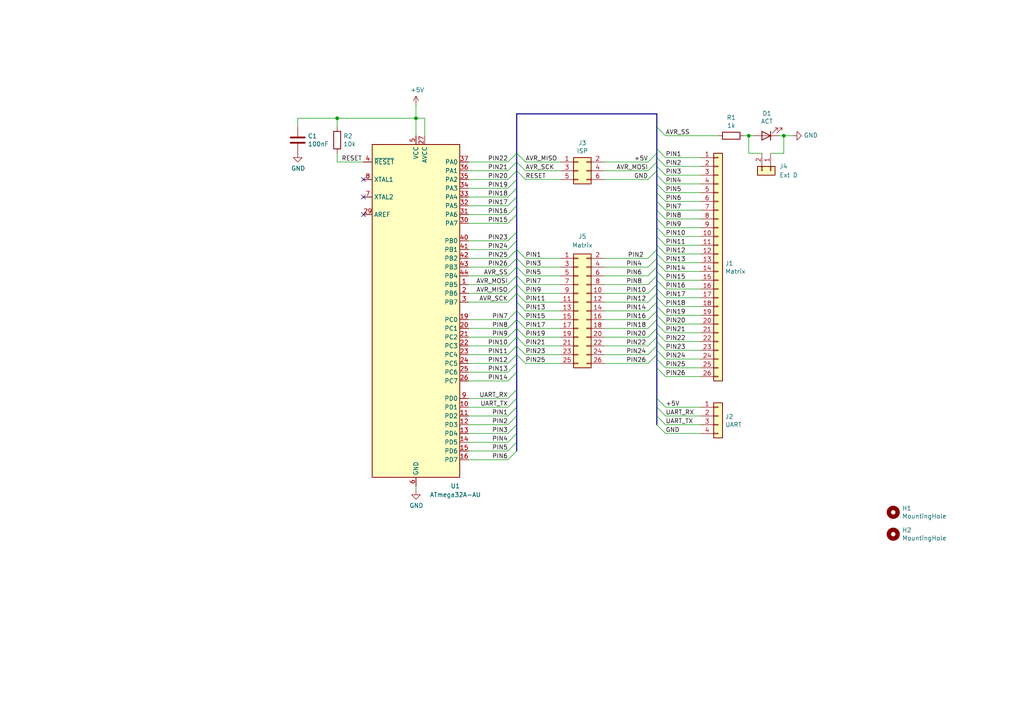
<source format=kicad_sch>
(kicad_sch (version 20230121) (generator eeschema)
  (paper "A4")
  (lib_symbols
    (symbol "Connector_Generic:Conn_01x02" (pin_names (offset 1.016) hide)
      (property "Reference" "J" (at 0 2.54 0))
      (property "Value" "Conn_01x02" (at 0 -5.08 0))
      (symbol "Conn_01x02_1_1"
        (rectangle (start -1.27 -2.413) (end 0 -2.667) (stroke (width 0.1524)))
        (rectangle (start -1.27 0.127) (end 0 -0.127) (stroke (width 0.1524)))
        (rectangle (start -1.27 1.27) (end 1.27 -3.81) (stroke (width 0.254)) (fill (type background)))
        (pin passive line (at -5.08 0 0) (length 3.81) (name "Pin_1") (number "1"))
        (pin passive line (at -5.08 -2.54 0) (length 3.81) (name "Pin_2") (number "2"))
      )
    )
    (symbol "Connector_Generic:Conn_01x04" (pin_names (offset 1.016) hide)
      (property "Reference" "J" (at 0 5.08 0))
      (property "Value" "Conn_01x04" (at 0 -7.62 0))
      (symbol "Conn_01x04_1_1"
        (rectangle (start -1.27 -4.953) (end 0 -5.207) (stroke (width 0.1524)))
        (rectangle (start -1.27 -2.413) (end 0 -2.667) (stroke (width 0.1524)))
        (rectangle (start -1.27 0.127) (end 0 -0.127) (stroke (width 0.1524)))
        (rectangle (start -1.27 2.667) (end 0 2.413) (stroke (width 0.1524)))
        (rectangle (start -1.27 3.81) (end 1.27 -6.35) (stroke (width 0.254)) (fill (type background)))
        (pin passive line (at -5.08 2.54 0) (length 3.81) (name "Pin_1") (number "1"))
        (pin passive line (at -5.08 0 0) (length 3.81) (name "Pin_2") (number "2"))
        (pin passive line (at -5.08 -2.54 0) (length 3.81) (name "Pin_3") (number "3"))
        (pin passive line (at -5.08 -5.08 0) (length 3.81) (name "Pin_4") (number "4"))
      )
    )
    (symbol "Connector_Generic:Conn_01x26" (pin_names (offset 1.016) hide)
      (property "Reference" "J" (at 0 33.02 0))
      (property "Value" "Conn_01x26" (at 0 -35.56 0))
      (symbol "Conn_01x26_1_1"
        (rectangle (start -1.27 -32.893) (end 0 -33.147) (stroke (width 0.1524)))
        (rectangle (start -1.27 -30.353) (end 0 -30.607) (stroke (width 0.1524)))
        (rectangle (start -1.27 -27.813) (end 0 -28.067) (stroke (width 0.1524)))
        (rectangle (start -1.27 -25.273) (end 0 -25.527) (stroke (width 0.1524)))
        (rectangle (start -1.27 -22.733) (end 0 -22.987) (stroke (width 0.1524)))
        (rectangle (start -1.27 -20.193) (end 0 -20.447) (stroke (width 0.1524)))
        (rectangle (start -1.27 -17.653) (end 0 -17.907) (stroke (width 0.1524)))
        (rectangle (start -1.27 -15.113) (end 0 -15.367) (stroke (width 0.1524)))
        (rectangle (start -1.27 -12.573) (end 0 -12.827) (stroke (width 0.1524)))
        (rectangle (start -1.27 -10.033) (end 0 -10.287) (stroke (width 0.1524)))
        (rectangle (start -1.27 -7.493) (end 0 -7.747) (stroke (width 0.1524)))
        (rectangle (start -1.27 -4.953) (end 0 -5.207) (stroke (width 0.1524)))
        (rectangle (start -1.27 -2.413) (end 0 -2.667) (stroke (width 0.1524)))
        (rectangle (start -1.27 0.127) (end 0 -0.127) (stroke (width 0.1524)))
        (rectangle (start -1.27 2.667) (end 0 2.413) (stroke (width 0.1524)))
        (rectangle (start -1.27 5.207) (end 0 4.953) (stroke (width 0.1524)))
        (rectangle (start -1.27 7.747) (end 0 7.493) (stroke (width 0.1524)))
        (rectangle (start -1.27 10.287) (end 0 10.033) (stroke (width 0.1524)))
        (rectangle (start -1.27 12.827) (end 0 12.573) (stroke (width 0.1524)))
        (rectangle (start -1.27 15.367) (end 0 15.113) (stroke (width 0.1524)))
        (rectangle (start -1.27 17.907) (end 0 17.653) (stroke (width 0.1524)))
        (rectangle (start -1.27 20.447) (end 0 20.193) (stroke (width 0.1524)))
        (rectangle (start -1.27 22.987) (end 0 22.733) (stroke (width 0.1524)))
        (rectangle (start -1.27 25.527) (end 0 25.273) (stroke (width 0.1524)))
        (rectangle (start -1.27 28.067) (end 0 27.813) (stroke (width 0.1524)))
        (rectangle (start -1.27 30.607) (end 0 30.353) (stroke (width 0.1524)))
        (rectangle (start -1.27 31.75) (end 1.27 -34.29) (stroke (width 0.254)) (fill (type background)))
        (pin passive line (at -5.08 30.48 0) (length 3.81) (name "Pin_1") (number "1"))
        (pin passive line (at -5.08 7.62 0) (length 3.81) (name "Pin_10") (number "10"))
        (pin passive line (at -5.08 5.08 0) (length 3.81) (name "Pin_11") (number "11"))
        (pin passive line (at -5.08 2.54 0) (length 3.81) (name "Pin_12") (number "12"))
        (pin passive line (at -5.08 0 0) (length 3.81) (name "Pin_13") (number "13"))
        (pin passive line (at -5.08 -2.54 0) (length 3.81) (name "Pin_14") (number "14"))
        (pin passive line (at -5.08 -5.08 0) (length 3.81) (name "Pin_15") (number "15"))
        (pin passive line (at -5.08 -7.62 0) (length 3.81) (name "Pin_16") (number "16"))
        (pin passive line (at -5.08 -10.16 0) (length 3.81) (name "Pin_17") (number "17"))
        (pin passive line (at -5.08 -12.7 0) (length 3.81) (name "Pin_18") (number "18"))
        (pin passive line (at -5.08 -15.24 0) (length 3.81) (name "Pin_19") (number "19"))
        (pin passive line (at -5.08 27.94 0) (length 3.81) (name "Pin_2") (number "2"))
        (pin passive line (at -5.08 -17.78 0) (length 3.81) (name "Pin_20") (number "20"))
        (pin passive line (at -5.08 -20.32 0) (length 3.81) (name "Pin_21") (number "21"))
        (pin passive line (at -5.08 -22.86 0) (length 3.81) (name "Pin_22") (number "22"))
        (pin passive line (at -5.08 -25.4 0) (length 3.81) (name "Pin_23") (number "23"))
        (pin passive line (at -5.08 -27.94 0) (length 3.81) (name "Pin_24") (number "24"))
        (pin passive line (at -5.08 -30.48 0) (length 3.81) (name "Pin_25") (number "25"))
        (pin passive line (at -5.08 -33.02 0) (length 3.81) (name "Pin_26") (number "26"))
        (pin passive line (at -5.08 25.4 0) (length 3.81) (name "Pin_3") (number "3"))
        (pin passive line (at -5.08 22.86 0) (length 3.81) (name "Pin_4") (number "4"))
        (pin passive line (at -5.08 20.32 0) (length 3.81) (name "Pin_5") (number "5"))
        (pin passive line (at -5.08 17.78 0) (length 3.81) (name "Pin_6") (number "6"))
        (pin passive line (at -5.08 15.24 0) (length 3.81) (name "Pin_7") (number "7"))
        (pin passive line (at -5.08 12.7 0) (length 3.81) (name "Pin_8") (number "8"))
        (pin passive line (at -5.08 10.16 0) (length 3.81) (name "Pin_9") (number "9"))
      )
    )
    (symbol "Connector_Generic:Conn_02x03_Odd_Even" (pin_names (offset 1.016) hide)
      (property "Reference" "J" (at 1.27 5.08 0))
      (property "Value" "Conn_02x03_Odd_Even" (at 1.27 -5.08 0))
      (symbol "Conn_02x03_Odd_Even_1_1"
        (rectangle (start -1.27 -2.413) (end 0 -2.667) (stroke (width 0.1524)))
        (rectangle (start -1.27 0.127) (end 0 -0.127) (stroke (width 0.1524)))
        (rectangle (start -1.27 2.667) (end 0 2.413) (stroke (width 0.1524)))
        (rectangle (start -1.27 3.81) (end 3.81 -3.81) (stroke (width 0.254)) (fill (type background)))
        (rectangle (start 3.81 -2.413) (end 2.54 -2.667) (stroke (width 0.1524)))
        (rectangle (start 3.81 0.127) (end 2.54 -0.127) (stroke (width 0.1524)))
        (rectangle (start 3.81 2.667) (end 2.54 2.413) (stroke (width 0.1524)))
        (pin passive line (at -5.08 2.54 0) (length 3.81) (name "Pin_1") (number "1"))
        (pin passive line (at 7.62 2.54 180) (length 3.81) (name "Pin_2") (number "2"))
        (pin passive line (at -5.08 0 0) (length 3.81) (name "Pin_3") (number "3"))
        (pin passive line (at 7.62 0 180) (length 3.81) (name "Pin_4") (number "4"))
        (pin passive line (at -5.08 -2.54 0) (length 3.81) (name "Pin_5") (number "5"))
        (pin passive line (at 7.62 -2.54 180) (length 3.81) (name "Pin_6") (number "6"))
      )
    )
    (symbol "Connector_Generic:Conn_02x13_Odd_Even" (pin_names (offset 1.016) hide)
      (property "Reference" "J" (at 1.27 17.78 0))
      (property "Value" "Conn_02x13_Odd_Even" (at 1.27 -17.78 0))
      (symbol "Conn_02x13_Odd_Even_1_1"
        (rectangle (start -1.27 -15.113) (end 0 -15.367) (stroke (width 0.1524)))
        (rectangle (start -1.27 -12.573) (end 0 -12.827) (stroke (width 0.1524)))
        (rectangle (start -1.27 -10.033) (end 0 -10.287) (stroke (width 0.1524)))
        (rectangle (start -1.27 -7.493) (end 0 -7.747) (stroke (width 0.1524)))
        (rectangle (start -1.27 -4.953) (end 0 -5.207) (stroke (width 0.1524)))
        (rectangle (start -1.27 -2.413) (end 0 -2.667) (stroke (width 0.1524)))
        (rectangle (start -1.27 0.127) (end 0 -0.127) (stroke (width 0.1524)))
        (rectangle (start -1.27 2.667) (end 0 2.413) (stroke (width 0.1524)))
        (rectangle (start -1.27 5.207) (end 0 4.953) (stroke (width 0.1524)))
        (rectangle (start -1.27 7.747) (end 0 7.493) (stroke (width 0.1524)))
        (rectangle (start -1.27 10.287) (end 0 10.033) (stroke (width 0.1524)))
        (rectangle (start -1.27 12.827) (end 0 12.573) (stroke (width 0.1524)))
        (rectangle (start -1.27 15.367) (end 0 15.113) (stroke (width 0.1524)))
        (rectangle (start -1.27 16.51) (end 3.81 -16.51) (stroke (width 0.254)) (fill (type background)))
        (rectangle (start 3.81 -15.113) (end 2.54 -15.367) (stroke (width 0.1524)))
        (rectangle (start 3.81 -12.573) (end 2.54 -12.827) (stroke (width 0.1524)))
        (rectangle (start 3.81 -10.033) (end 2.54 -10.287) (stroke (width 0.1524)))
        (rectangle (start 3.81 -7.493) (end 2.54 -7.747) (stroke (width 0.1524)))
        (rectangle (start 3.81 -4.953) (end 2.54 -5.207) (stroke (width 0.1524)))
        (rectangle (start 3.81 -2.413) (end 2.54 -2.667) (stroke (width 0.1524)))
        (rectangle (start 3.81 0.127) (end 2.54 -0.127) (stroke (width 0.1524)))
        (rectangle (start 3.81 2.667) (end 2.54 2.413) (stroke (width 0.1524)))
        (rectangle (start 3.81 5.207) (end 2.54 4.953) (stroke (width 0.1524)))
        (rectangle (start 3.81 7.747) (end 2.54 7.493) (stroke (width 0.1524)))
        (rectangle (start 3.81 10.287) (end 2.54 10.033) (stroke (width 0.1524)))
        (rectangle (start 3.81 12.827) (end 2.54 12.573) (stroke (width 0.1524)))
        (rectangle (start 3.81 15.367) (end 2.54 15.113) (stroke (width 0.1524)))
        (pin passive line (at -5.08 15.24 0) (length 3.81) (name "Pin_1") (number "1"))
        (pin passive line (at 7.62 5.08 180) (length 3.81) (name "Pin_10") (number "10"))
        (pin passive line (at -5.08 2.54 0) (length 3.81) (name "Pin_11") (number "11"))
        (pin passive line (at 7.62 2.54 180) (length 3.81) (name "Pin_12") (number "12"))
        (pin passive line (at -5.08 0 0) (length 3.81) (name "Pin_13") (number "13"))
        (pin passive line (at 7.62 0 180) (length 3.81) (name "Pin_14") (number "14"))
        (pin passive line (at -5.08 -2.54 0) (length 3.81) (name "Pin_15") (number "15"))
        (pin passive line (at 7.62 -2.54 180) (length 3.81) (name "Pin_16") (number "16"))
        (pin passive line (at -5.08 -5.08 0) (length 3.81) (name "Pin_17") (number "17"))
        (pin passive line (at 7.62 -5.08 180) (length 3.81) (name "Pin_18") (number "18"))
        (pin passive line (at -5.08 -7.62 0) (length 3.81) (name "Pin_19") (number "19"))
        (pin passive line (at 7.62 15.24 180) (length 3.81) (name "Pin_2") (number "2"))
        (pin passive line (at 7.62 -7.62 180) (length 3.81) (name "Pin_20") (number "20"))
        (pin passive line (at -5.08 -10.16 0) (length 3.81) (name "Pin_21") (number "21"))
        (pin passive line (at 7.62 -10.16 180) (length 3.81) (name "Pin_22") (number "22"))
        (pin passive line (at -5.08 -12.7 0) (length 3.81) (name "Pin_23") (number "23"))
        (pin passive line (at 7.62 -12.7 180) (length 3.81) (name "Pin_24") (number "24"))
        (pin passive line (at -5.08 -15.24 0) (length 3.81) (name "Pin_25") (number "25"))
        (pin passive line (at 7.62 -15.24 180) (length 3.81) (name "Pin_26") (number "26"))
        (pin passive line (at -5.08 12.7 0) (length 3.81) (name "Pin_3") (number "3"))
        (pin passive line (at 7.62 12.7 180) (length 3.81) (name "Pin_4") (number "4"))
        (pin passive line (at -5.08 10.16 0) (length 3.81) (name "Pin_5") (number "5"))
        (pin passive line (at 7.62 10.16 180) (length 3.81) (name "Pin_6") (number "6"))
        (pin passive line (at -5.08 7.62 0) (length 3.81) (name "Pin_7") (number "7"))
        (pin passive line (at 7.62 7.62 180) (length 3.81) (name "Pin_8") (number "8"))
        (pin passive line (at -5.08 5.08 0) (length 3.81) (name "Pin_9") (number "9"))
      )
    )
    (symbol "Device:C" (pin_numbers hide) (pin_names (offset 0.254))
      (property "Reference" "C" (at 0.635 2.54 0))
      (property "Value" "C" (at 0.635 -2.54 0))
      (symbol "C_0_1"
        (polyline (pts (xy -2.032 -0.762) (xy 2.032 -0.762)) (stroke (width 0.508)))
        (polyline (pts (xy -2.032 0.762) (xy 2.032 0.762)) (stroke (width 0.508)))
      )
      (symbol "C_1_1"
        (pin passive line (at 0 3.81 270) (length 2.794) (name "~") (number "1"))
        (pin passive line (at 0 -3.81 90) (length 2.794) (name "~") (number "2"))
      )
    )
    (symbol "Device:LED" (pin_numbers hide) (pin_names (offset 1.016) hide)
      (property "Reference" "D" (at 0 2.54 0))
      (property "Value" "LED" (at 0 -2.54 0))
      (symbol "LED_0_1"
        (polyline (pts (xy -1.27 -1.27) (xy -1.27 1.27)) (stroke (width 0.254)))
        (polyline (pts (xy -1.27 0) (xy 1.27 0)))
        (polyline (pts (xy 1.27 -1.27) (xy 1.27 1.27) (xy -1.27 0) (xy 1.27 -1.27)) (stroke (width 0.254)))
        (polyline (pts (xy -3.048 -0.762) (xy -4.572 -2.286) (xy -3.81 -2.286) (xy -4.572 -2.286) (xy -4.572 -1.524)))
        (polyline (pts (xy -1.778 -0.762) (xy -3.302 -2.286) (xy -2.54 -2.286) (xy -3.302 -2.286) (xy -3.302 -1.524)))
      )
      (symbol "LED_1_1"
        (pin passive line (at -3.81 0 0) (length 2.54) (name "K") (number "1"))
        (pin passive line (at 3.81 0 180) (length 2.54) (name "A") (number "2"))
      )
    )
    (symbol "Device:R" (pin_numbers hide) (pin_names (offset 0))
      (property "Reference" "R" (at 2.032 0 90))
      (property "Value" "R" (at 0 0 90))
      (symbol "R_0_1"
        (rectangle (start -1.016 -2.54) (end 1.016 2.54) (stroke (width 0.254)))
      )
      (symbol "R_1_1"
        (pin passive line (at 0 3.81 270) (length 1.27) (name "~") (number "1"))
        (pin passive line (at 0 -3.81 90) (length 1.27) (name "~") (number "2"))
      )
    )
    (symbol "Mechanical:MountingHole" (pin_names (offset 1.016))
      (property "Reference" "H" (at 0 5.08 0))
      (property "Value" "MountingHole" (at 0 3.175 0))
      (symbol "MountingHole_0_1"
        (circle (center 0 0) (radius 1.27) (stroke (width 1.27)))
      )
    )
    (symbol "power:+5V" (power) (pin_names (offset 0))
      (property "Value" "+5V" (at 0 3.556 0))
      (symbol "+5V_0_1"
        (polyline (pts (xy -0.762 1.27) (xy 0 2.54)))
        (polyline (pts (xy 0 0) (xy 0 2.54)))
        (polyline (pts (xy 0 2.54) (xy 0.762 1.27)))
      )
      (symbol "+5V_1_1"
        (pin power_in line (at 0 0 90) (length 0) hide (name "+5V") (number "1"))
      )
    )
    (symbol "power:GND" (power) (pin_names (offset 0))
      (property "Value" "GND" (at 0 -3.81 0))
      (symbol "GND_0_1"
        (polyline (pts (xy 0 0) (xy 0 -1.27) (xy 1.27 -1.27) (xy 0 -2.54) (xy -1.27 -1.27) (xy 0 -1.27)))
      )
      (symbol "GND_1_1"
        (pin power_in line (at 0 0 270) (length 0) hide (name "GND") (number "1"))
      )
    )
    (symbol "zx-unikeyboard-ps2-rescue:ATmega32A-AU-MCU_Microchip_ATmega"
      (property "Reference" "U" (at -12.7 49.53 0))
      (property "Value" "MCU_Microchip_ATmega_ATmega32A-AU" (at 2.54 -49.53 0))
      (symbol "ATmega32A-AU-MCU_Microchip_ATmega_0_1"
        (rectangle (start -12.7 -48.26) (end 12.7 48.26) (stroke (width 0.254)) (fill (type background)))
      )
      (symbol "ATmega32A-AU-MCU_Microchip_ATmega_1_1"
        (pin bidirectional line (at 15.24 7.62 180) (length 2.54) (name "PB5") (number "1"))
        (pin bidirectional line (at 15.24 -27.94 180) (length 2.54) (name "PD1") (number "10"))
        (pin bidirectional line (at 15.24 -30.48 180) (length 2.54) (name "PD2") (number "11"))
        (pin bidirectional line (at 15.24 -33.02 180) (length 2.54) (name "PD3") (number "12"))
        (pin bidirectional line (at 15.24 -35.56 180) (length 2.54) (name "PD4") (number "13"))
        (pin bidirectional line (at 15.24 -38.1 180) (length 2.54) (name "PD5") (number "14"))
        (pin bidirectional line (at 15.24 -40.64 180) (length 2.54) (name "PD6") (number "15"))
        (pin bidirectional line (at 15.24 -43.18 180) (length 2.54) (name "PD7") (number "16"))
        (pin passive line (at 0 50.8 270) (length 2.54) hide (name "VCC") (number "17"))
        (pin passive line (at 0 -50.8 90) (length 2.54) hide (name "GND") (number "18"))
        (pin bidirectional line (at 15.24 -2.54 180) (length 2.54) (name "PC0") (number "19"))
        (pin bidirectional line (at 15.24 5.08 180) (length 2.54) (name "PB6") (number "2"))
        (pin bidirectional line (at 15.24 -5.08 180) (length 2.54) (name "PC1") (number "20"))
        (pin bidirectional line (at 15.24 -7.62 180) (length 2.54) (name "PC2") (number "21"))
        (pin bidirectional line (at 15.24 -10.16 180) (length 2.54) (name "PC3") (number "22"))
        (pin bidirectional line (at 15.24 -12.7 180) (length 2.54) (name "PC4") (number "23"))
        (pin bidirectional line (at 15.24 -15.24 180) (length 2.54) (name "PC5") (number "24"))
        (pin bidirectional line (at 15.24 -17.78 180) (length 2.54) (name "PC6") (number "25"))
        (pin bidirectional line (at 15.24 -20.32 180) (length 2.54) (name "PC7") (number "26"))
        (pin power_in line (at 2.54 50.8 270) (length 2.54) (name "AVCC") (number "27"))
        (pin passive line (at 0 -50.8 90) (length 2.54) hide (name "GND") (number "28"))
        (pin passive line (at -15.24 27.94 0) (length 2.54) (name "AREF") (number "29"))
        (pin bidirectional line (at 15.24 2.54 180) (length 2.54) (name "PB7") (number "3"))
        (pin bidirectional line (at 15.24 25.4 180) (length 2.54) (name "PA7") (number "30"))
        (pin bidirectional line (at 15.24 27.94 180) (length 2.54) (name "PA6") (number "31"))
        (pin bidirectional line (at 15.24 30.48 180) (length 2.54) (name "PA5") (number "32"))
        (pin bidirectional line (at 15.24 33.02 180) (length 2.54) (name "PA4") (number "33"))
        (pin bidirectional line (at 15.24 35.56 180) (length 2.54) (name "PA3") (number "34"))
        (pin bidirectional line (at 15.24 38.1 180) (length 2.54) (name "PA2") (number "35"))
        (pin bidirectional line (at 15.24 40.64 180) (length 2.54) (name "PA1") (number "36"))
        (pin bidirectional line (at 15.24 43.18 180) (length 2.54) (name "PA0") (number "37"))
        (pin passive line (at 0 50.8 270) (length 2.54) hide (name "VCC") (number "38"))
        (pin passive line (at 0 -50.8 90) (length 2.54) hide (name "GND") (number "39"))
        (pin input line (at -15.24 43.18 0) (length 2.54) (name "~{RESET}") (number "4"))
        (pin bidirectional line (at 15.24 20.32 180) (length 2.54) (name "PB0") (number "40"))
        (pin bidirectional line (at 15.24 17.78 180) (length 2.54) (name "PB1") (number "41"))
        (pin bidirectional line (at 15.24 15.24 180) (length 2.54) (name "PB2") (number "42"))
        (pin bidirectional line (at 15.24 12.7 180) (length 2.54) (name "PB3") (number "43"))
        (pin bidirectional line (at 15.24 10.16 180) (length 2.54) (name "PB4") (number "44"))
        (pin power_in line (at 0 50.8 270) (length 2.54) (name "VCC") (number "5"))
        (pin power_in line (at 0 -50.8 90) (length 2.54) (name "GND") (number "6"))
        (pin output line (at -15.24 33.02 0) (length 2.54) (name "XTAL2") (number "7"))
        (pin input line (at -15.24 38.1 0) (length 2.54) (name "XTAL1") (number "8"))
        (pin bidirectional line (at 15.24 -25.4 180) (length 2.54) (name "PD0") (number "9"))
      )
    )
  )
  (junction (at 120.65 34.29))
  (junction (at 227.33 39.37))
  (junction (at 97.79 34.29))
  (junction (at 217.17 39.37))
  (no_connect (at 105.41 52.07))
  (no_connect (at 105.41 57.15))
  (no_connect (at 105.41 62.23))
  (bus_entry (at 190.5 60.96) (size 2.54 2.54))
  (bus_entry (at 149.86 49.53) (size 2.54 2.54))
  (bus_entry (at 190.5 93.98) (size 2.54 2.54))
  (bus_entry (at 187.96 85.09) (size 2.54 -2.54))
  (bus_entry (at 149.86 77.47) (size 2.54 2.54))
  (bus_entry (at 147.32 118.11) (size 2.54 -2.54))
  (bus_entry (at 149.86 87.63) (size 2.54 2.54))
  (bus_entry (at 147.32 125.73) (size 2.54 -2.54))
  (bus_entry (at 147.32 72.39) (size 2.54 -2.54))
  (bus_entry (at 147.32 92.71) (size 2.54 -2.54))
  (bus_entry (at 190.5 123.19) (size 2.54 2.54))
  (bus_entry (at 149.86 95.25) (size 2.54 2.54))
  (bus_entry (at 190.5 68.58) (size 2.54 2.54))
  (bus_entry (at 147.32 128.27) (size 2.54 -2.54))
  (bus_entry (at 147.32 80.01) (size 2.54 -2.54))
  (bus_entry (at 147.32 85.09) (size 2.54 -2.54))
  (bus_entry (at 149.86 74.93) (size 2.54 2.54))
  (bus_entry (at 190.5 73.66) (size 2.54 2.54))
  (bus_entry (at 147.32 57.15) (size 2.54 -2.54))
  (bus_entry (at 190.5 88.9) (size 2.54 2.54))
  (bus_entry (at 147.32 133.35) (size 2.54 -2.54))
  (bus_entry (at 190.5 45.72) (size 2.54 2.54))
  (bus_entry (at 190.5 53.34) (size 2.54 2.54))
  (bus_entry (at 190.5 115.57) (size 2.54 2.54))
  (bus_entry (at 190.5 63.5) (size 2.54 2.54))
  (bus_entry (at 190.5 118.11) (size 2.54 2.54))
  (bus_entry (at 147.32 95.25) (size 2.54 -2.54))
  (bus_entry (at 147.32 97.79) (size 2.54 -2.54))
  (bus_entry (at 147.32 107.95) (size 2.54 -2.54))
  (bus_entry (at 190.5 36.83) (size 2.54 2.54))
  (bus_entry (at 187.96 105.41) (size 2.54 -2.54))
  (bus_entry (at 149.86 82.55) (size 2.54 2.54))
  (bus_entry (at 147.32 46.99) (size 2.54 -2.54))
  (bus_entry (at 187.96 87.63) (size 2.54 -2.54))
  (bus_entry (at 149.86 72.39) (size 2.54 2.54))
  (bus_entry (at 190.5 66.04) (size 2.54 2.54))
  (bus_entry (at 149.86 85.09) (size 2.54 2.54))
  (bus_entry (at 147.32 49.53) (size 2.54 -2.54))
  (bus_entry (at 187.96 49.53) (size 2.54 -2.54))
  (bus_entry (at 190.5 55.88) (size 2.54 2.54))
  (bus_entry (at 187.96 74.93) (size 2.54 -2.54))
  (bus_entry (at 147.32 123.19) (size 2.54 -2.54))
  (bus_entry (at 187.96 90.17) (size 2.54 -2.54))
  (bus_entry (at 190.5 76.2) (size 2.54 2.54))
  (bus_entry (at 149.86 97.79) (size 2.54 2.54))
  (bus_entry (at 190.5 86.36) (size 2.54 2.54))
  (bus_entry (at 190.5 106.68) (size 2.54 2.54))
  (bus_entry (at 190.5 48.26) (size 2.54 2.54))
  (bus_entry (at 187.96 102.87) (size 2.54 -2.54))
  (bus_entry (at 147.32 102.87) (size 2.54 -2.54))
  (bus_entry (at 149.86 46.99) (size 2.54 2.54))
  (bus_entry (at 147.32 54.61) (size 2.54 -2.54))
  (bus_entry (at 190.5 120.65) (size 2.54 2.54))
  (bus_entry (at 149.86 92.71) (size 2.54 2.54))
  (bus_entry (at 190.5 50.8) (size 2.54 2.54))
  (bus_entry (at 187.96 95.25) (size 2.54 -2.54))
  (bus_entry (at 187.96 77.47) (size 2.54 -2.54))
  (bus_entry (at 190.5 81.28) (size 2.54 2.54))
  (bus_entry (at 147.32 52.07) (size 2.54 -2.54))
  (bus_entry (at 190.5 91.44) (size 2.54 2.54))
  (bus_entry (at 190.5 104.14) (size 2.54 2.54))
  (bus_entry (at 147.32 62.23) (size 2.54 -2.54))
  (bus_entry (at 190.5 83.82) (size 2.54 2.54))
  (bus_entry (at 190.5 96.52) (size 2.54 2.54))
  (bus_entry (at 147.32 100.33) (size 2.54 -2.54))
  (bus_entry (at 190.5 101.6) (size 2.54 2.54))
  (bus_entry (at 147.32 59.69) (size 2.54 -2.54))
  (bus_entry (at 147.32 110.49) (size 2.54 -2.54))
  (bus_entry (at 147.32 64.77) (size 2.54 -2.54))
  (bus_entry (at 147.32 77.47) (size 2.54 -2.54))
  (bus_entry (at 190.5 71.12) (size 2.54 2.54))
  (bus_entry (at 147.32 69.85) (size 2.54 -2.54))
  (bus_entry (at 147.32 87.63) (size 2.54 -2.54))
  (bus_entry (at 149.86 44.45) (size 2.54 2.54))
  (bus_entry (at 187.96 82.55) (size 2.54 -2.54))
  (bus_entry (at 187.96 100.33) (size 2.54 -2.54))
  (bus_entry (at 147.32 130.81) (size 2.54 -2.54))
  (bus_entry (at 147.32 74.93) (size 2.54 -2.54))
  (bus_entry (at 149.86 102.87) (size 2.54 2.54))
  (bus_entry (at 147.32 120.65) (size 2.54 -2.54))
  (bus_entry (at 187.96 80.01) (size 2.54 -2.54))
  (bus_entry (at 147.32 82.55) (size 2.54 -2.54))
  (bus_entry (at 187.96 46.99) (size 2.54 -2.54))
  (bus_entry (at 187.96 97.79) (size 2.54 -2.54))
  (bus_entry (at 187.96 52.07) (size 2.54 -2.54))
  (bus_entry (at 149.86 80.01) (size 2.54 2.54))
  (bus_entry (at 187.96 92.71) (size 2.54 -2.54))
  (bus_entry (at 190.5 43.18) (size 2.54 2.54))
  (bus_entry (at 149.86 100.33) (size 2.54 2.54))
  (bus_entry (at 147.32 115.57) (size 2.54 -2.54))
  (bus_entry (at 147.32 105.41) (size 2.54 -2.54))
  (bus_entry (at 190.5 78.74) (size 2.54 2.54))
  (bus_entry (at 190.5 58.42) (size 2.54 2.54))
  (bus_entry (at 190.5 99.06) (size 2.54 2.54))
  (bus_entry (at 149.86 90.17) (size 2.54 2.54))
  (bus (pts (xy 149.86 57.15) (xy 149.86 59.69)))
  (bus (pts (xy 149.86 120.65) (xy 149.86 123.19)))
  (wire (pts (xy 203.2 73.66) (xy 193.04 73.66)))
  (bus (pts (xy 149.86 77.47) (xy 149.86 80.01)))
  (bus (pts (xy 190.5 66.04) (xy 190.5 68.58)))
  (wire (pts (xy 203.2 109.22) (xy 193.04 109.22)))
  (wire (pts (xy 147.32 110.49) (xy 135.89 110.49)))
  (wire (pts (xy 223.52 44.45) (xy 227.33 44.45)))
  (bus (pts (xy 190.5 48.26) (xy 190.5 49.53)))
  (bus (pts (xy 190.5 93.98) (xy 190.5 95.25)))
  (wire (pts (xy 147.32 87.63) (xy 135.89 87.63)))
  (bus (pts (xy 149.86 100.33) (xy 149.86 102.87)))
  (wire (pts (xy 227.33 39.37) (xy 229.87 39.37)))
  (wire (pts (xy 152.4 100.33) (xy 162.56 100.33)))
  (bus (pts (xy 190.5 88.9) (xy 190.5 90.17)))
  (bus (pts (xy 190.5 120.65) (xy 190.5 123.19)))
  (bus (pts (xy 190.5 63.5) (xy 190.5 66.04)))
  (wire (pts (xy 162.56 49.53) (xy 152.4 49.53)))
  (wire (pts (xy 203.2 68.58) (xy 193.04 68.58)))
  (wire (pts (xy 147.32 100.33) (xy 135.89 100.33)))
  (bus (pts (xy 149.86 102.87) (xy 149.86 105.41)))
  (bus (pts (xy 190.5 60.96) (xy 190.5 63.5)))
  (bus (pts (xy 190.5 106.68) (xy 190.5 115.57)))
  (wire (pts (xy 135.89 102.87) (xy 147.32 102.87)))
  (bus (pts (xy 149.86 80.01) (xy 149.86 82.55)))
  (wire (pts (xy 175.26 74.93) (xy 187.96 74.93)))
  (wire (pts (xy 147.32 54.61) (xy 135.89 54.61)))
  (bus (pts (xy 190.5 36.83) (xy 190.5 43.18)))
  (wire (pts (xy 135.89 85.09) (xy 147.32 85.09)))
  (bus (pts (xy 190.5 92.71) (xy 190.5 93.98)))
  (wire (pts (xy 203.2 120.65) (xy 193.04 120.65)))
  (wire (pts (xy 175.26 80.01) (xy 187.96 80.01)))
  (wire (pts (xy 203.2 88.9) (xy 193.04 88.9)))
  (bus (pts (xy 190.5 78.74) (xy 190.5 80.01)))
  (wire (pts (xy 203.2 93.98) (xy 193.04 93.98)))
  (wire (pts (xy 175.26 77.47) (xy 187.96 77.47)))
  (bus (pts (xy 190.5 96.52) (xy 190.5 97.79)))
  (bus (pts (xy 190.5 72.39) (xy 190.5 73.66)))
  (bus (pts (xy 149.86 74.93) (xy 149.86 77.47)))
  (wire (pts (xy 147.32 77.47) (xy 135.89 77.47)))
  (wire (pts (xy 147.32 123.19) (xy 135.89 123.19)))
  (bus (pts (xy 190.5 82.55) (xy 190.5 83.82)))
  (bus (pts (xy 190.5 68.58) (xy 190.5 71.12)))
  (bus (pts (xy 190.5 115.57) (xy 190.5 118.11)))
  (wire (pts (xy 147.32 49.53) (xy 135.89 49.53)))
  (wire (pts (xy 193.04 96.52) (xy 203.2 96.52)))
  (wire (pts (xy 175.26 97.79) (xy 187.96 97.79)))
  (wire (pts (xy 123.19 39.37) (xy 123.19 34.29)))
  (wire (pts (xy 187.96 49.53) (xy 175.26 49.53)))
  (bus (pts (xy 149.86 85.09) (xy 149.86 87.63)))
  (bus (pts (xy 190.5 53.34) (xy 190.5 55.88)))
  (wire (pts (xy 152.4 97.79) (xy 162.56 97.79)))
  (wire (pts (xy 152.4 87.63) (xy 162.56 87.63)))
  (wire (pts (xy 175.26 85.09) (xy 187.96 85.09)))
  (bus (pts (xy 190.5 74.93) (xy 190.5 76.2)))
  (wire (pts (xy 215.9 39.37) (xy 217.17 39.37)))
  (bus (pts (xy 149.86 92.71) (xy 149.86 95.25)))
  (wire (pts (xy 193.04 50.8) (xy 203.2 50.8)))
  (bus (pts (xy 190.5 81.28) (xy 190.5 82.55)))
  (bus (pts (xy 149.86 49.53) (xy 149.86 52.07)))
  (wire (pts (xy 193.04 81.28) (xy 203.2 81.28)))
  (wire (pts (xy 175.26 46.99) (xy 187.96 46.99)))
  (wire (pts (xy 203.2 48.26) (xy 193.04 48.26)))
  (wire (pts (xy 203.2 104.14) (xy 193.04 104.14)))
  (wire (pts (xy 120.65 39.37) (xy 120.65 34.29)))
  (bus (pts (xy 190.5 49.53) (xy 190.5 50.8)))
  (wire (pts (xy 120.65 30.48) (xy 120.65 34.29)))
  (wire (pts (xy 97.79 46.99) (xy 97.79 44.45)))
  (bus (pts (xy 190.5 100.33) (xy 190.5 101.6)))
  (wire (pts (xy 105.41 46.99) (xy 97.79 46.99)))
  (wire (pts (xy 135.89 46.99) (xy 147.32 46.99)))
  (bus (pts (xy 149.86 113.03) (xy 149.86 115.57)))
  (wire (pts (xy 175.26 82.55) (xy 187.96 82.55)))
  (wire (pts (xy 203.2 83.82) (xy 193.04 83.82)))
  (wire (pts (xy 135.89 125.73) (xy 147.32 125.73)))
  (wire (pts (xy 97.79 34.29) (xy 120.65 34.29)))
  (wire (pts (xy 135.89 62.23) (xy 147.32 62.23)))
  (wire (pts (xy 152.4 95.25) (xy 162.56 95.25)))
  (bus (pts (xy 190.5 86.36) (xy 190.5 87.63)))
  (wire (pts (xy 135.89 92.71) (xy 147.32 92.71)))
  (bus (pts (xy 190.5 77.47) (xy 190.5 78.74)))
  (wire (pts (xy 152.4 77.47) (xy 162.56 77.47)))
  (wire (pts (xy 147.32 133.35) (xy 135.89 133.35)))
  (bus (pts (xy 149.86 97.79) (xy 149.86 100.33)))
  (bus (pts (xy 149.86 33.02) (xy 149.86 44.45)))
  (wire (pts (xy 175.26 90.17) (xy 187.96 90.17)))
  (wire (pts (xy 193.04 118.11) (xy 203.2 118.11)))
  (wire (pts (xy 152.4 74.93) (xy 162.56 74.93)))
  (wire (pts (xy 203.2 125.73) (xy 193.04 125.73)))
  (bus (pts (xy 149.86 72.39) (xy 149.86 74.93)))
  (bus (pts (xy 190.5 95.25) (xy 190.5 96.52)))
  (wire (pts (xy 193.04 55.88) (xy 203.2 55.88)))
  (bus (pts (xy 149.86 95.25) (xy 149.86 97.79)))
  (bus (pts (xy 149.86 128.27) (xy 149.86 130.81)))
  (wire (pts (xy 193.04 71.12) (xy 203.2 71.12)))
  (bus (pts (xy 149.86 125.73) (xy 149.86 128.27)))
  (bus (pts (xy 190.5 90.17) (xy 190.5 91.44)))
  (wire (pts (xy 152.4 105.41) (xy 162.56 105.41)))
  (bus (pts (xy 190.5 33.02) (xy 190.5 36.83)))
  (wire (pts (xy 193.04 91.44) (xy 203.2 91.44)))
  (wire (pts (xy 203.2 58.42) (xy 193.04 58.42)))
  (bus (pts (xy 190.5 58.42) (xy 190.5 60.96)))
  (wire (pts (xy 203.2 78.74) (xy 193.04 78.74)))
  (bus (pts (xy 149.86 115.57) (xy 149.86 118.11)))
  (wire (pts (xy 135.89 97.79) (xy 147.32 97.79)))
  (wire (pts (xy 147.32 105.41) (xy 135.89 105.41)))
  (bus (pts (xy 190.5 101.6) (xy 190.5 102.87)))
  (bus (pts (xy 190.5 50.8) (xy 190.5 53.34)))
  (wire (pts (xy 86.36 36.83) (xy 86.36 34.29)))
  (wire (pts (xy 203.2 63.5) (xy 193.04 63.5)))
  (bus (pts (xy 190.5 45.72) (xy 190.5 46.99)))
  (bus (pts (xy 190.5 104.14) (xy 190.5 106.68)))
  (wire (pts (xy 175.26 52.07) (xy 187.96 52.07)))
  (wire (pts (xy 220.98 44.45) (xy 217.17 44.45)))
  (wire (pts (xy 175.26 105.41) (xy 187.96 105.41)))
  (bus (pts (xy 190.5 85.09) (xy 190.5 86.36)))
  (wire (pts (xy 175.26 95.25) (xy 187.96 95.25)))
  (bus (pts (xy 149.86 59.69) (xy 149.86 62.23)))
  (wire (pts (xy 217.17 44.45) (xy 217.17 39.37)))
  (bus (pts (xy 190.5 99.06) (xy 190.5 100.33)))
  (wire (pts (xy 175.26 92.71) (xy 187.96 92.71)))
  (bus (pts (xy 149.86 62.23) (xy 149.86 67.31)))
  (wire (pts (xy 193.04 123.19) (xy 203.2 123.19)))
  (wire (pts (xy 147.32 59.69) (xy 135.89 59.69)))
  (wire (pts (xy 135.89 130.81) (xy 147.32 130.81)))
  (bus (pts (xy 149.86 54.61) (xy 149.86 57.15)))
  (wire (pts (xy 97.79 36.83) (xy 97.79 34.29)))
  (wire (pts (xy 193.04 60.96) (xy 203.2 60.96)))
  (bus (pts (xy 190.5 44.45) (xy 190.5 45.72)))
  (wire (pts (xy 175.26 100.33) (xy 187.96 100.33)))
  (wire (pts (xy 147.32 72.39) (xy 135.89 72.39)))
  (bus (pts (xy 149.86 69.85) (xy 149.86 72.39)))
  (wire (pts (xy 203.2 53.34) (xy 193.04 53.34)))
  (bus (pts (xy 190.5 55.88) (xy 190.5 58.42)))
  (bus (pts (xy 149.86 52.07) (xy 149.86 54.61)))
  (bus (pts (xy 149.86 118.11) (xy 149.86 120.65)))
  (wire (pts (xy 147.32 128.27) (xy 135.89 128.27)))
  (wire (pts (xy 135.89 115.57) (xy 147.32 115.57)))
  (wire (pts (xy 135.89 52.07) (xy 147.32 52.07)))
  (wire (pts (xy 147.32 64.77) (xy 135.89 64.77)))
  (bus (pts (xy 190.5 97.79) (xy 190.5 99.06)))
  (wire (pts (xy 227.33 44.45) (xy 227.33 39.37)))
  (bus (pts (xy 149.86 107.95) (xy 149.86 113.03)))
  (wire (pts (xy 123.19 34.29) (xy 120.65 34.29)))
  (bus (pts (xy 190.5 87.63) (xy 190.5 88.9)))
  (bus (pts (xy 149.86 82.55) (xy 149.86 85.09)))
  (wire (pts (xy 152.4 102.87) (xy 162.56 102.87)))
  (wire (pts (xy 193.04 76.2) (xy 203.2 76.2)))
  (wire (pts (xy 147.32 95.25) (xy 135.89 95.25)))
  (bus (pts (xy 149.86 87.63) (xy 149.86 90.17)))
  (bus (pts (xy 190.5 43.18) (xy 190.5 44.45)))
  (wire (pts (xy 217.17 39.37) (xy 218.44 39.37)))
  (wire (pts (xy 152.4 52.07) (xy 162.56 52.07)))
  (bus (pts (xy 190.5 102.87) (xy 190.5 104.14)))
  (wire (pts (xy 152.4 46.99) (xy 162.56 46.99)))
  (wire (pts (xy 135.89 120.65) (xy 147.32 120.65)))
  (bus (pts (xy 190.5 118.11) (xy 190.5 120.65)))
  (wire (pts (xy 193.04 101.6) (xy 203.2 101.6)))
  (wire (pts (xy 135.89 74.93) (xy 147.32 74.93)))
  (bus (pts (xy 190.5 71.12) (xy 190.5 72.39)))
  (bus (pts (xy 149.86 105.41) (xy 149.86 107.95)))
  (wire (pts (xy 152.4 82.55) (xy 162.56 82.55)))
  (wire (pts (xy 86.36 34.29) (xy 97.79 34.29)))
  (wire (pts (xy 193.04 45.72) (xy 203.2 45.72)))
  (wire (pts (xy 135.89 57.15) (xy 147.32 57.15)))
  (wire (pts (xy 175.26 87.63) (xy 187.96 87.63)))
  (bus (pts (xy 190.5 83.82) (xy 190.5 85.09)))
  (bus (pts (xy 190.5 80.01) (xy 190.5 81.28)))
  (bus (pts (xy 149.86 46.99) (xy 149.86 49.53)))
  (wire (pts (xy 135.89 69.85) (xy 147.32 69.85)))
  (wire (pts (xy 175.26 102.87) (xy 187.96 102.87)))
  (bus (pts (xy 149.86 90.17) (xy 149.86 92.71)))
  (bus (pts (xy 149.86 44.45) (xy 149.86 46.99)))
  (wire (pts (xy 193.04 39.37) (xy 208.28 39.37)))
  (wire (pts (xy 152.4 80.01) (xy 162.56 80.01)))
  (wire (pts (xy 152.4 85.09) (xy 162.56 85.09)))
  (wire (pts (xy 193.04 66.04) (xy 203.2 66.04)))
  (wire (pts (xy 135.89 80.01) (xy 147.32 80.01)))
  (wire (pts (xy 152.4 90.17) (xy 162.56 90.17)))
  (wire (pts (xy 193.04 86.36) (xy 203.2 86.36)))
  (wire (pts (xy 193.04 106.68) (xy 203.2 106.68)))
  (bus (pts (xy 190.5 73.66) (xy 190.5 74.93)))
  (wire (pts (xy 152.4 92.71) (xy 162.56 92.71)))
  (wire (pts (xy 120.65 142.24) (xy 120.65 140.97)))
  (wire (pts (xy 226.06 39.37) (xy 227.33 39.37)))
  (wire (pts (xy 135.89 107.95) (xy 147.32 107.95)))
  (wire (pts (xy 147.32 82.55) (xy 135.89 82.55)))
  (wire (pts (xy 147.32 118.11) (xy 135.89 118.11)))
  (bus (pts (xy 190.5 76.2) (xy 190.5 77.47)))
  (wire (pts (xy 203.2 99.06) (xy 193.04 99.06)))
  (bus (pts (xy 149.86 123.19) (xy 149.86 125.73)))
  (bus (pts (xy 190.5 33.02) (xy 149.86 33.02)))
  (bus (pts (xy 190.5 91.44) (xy 190.5 92.71)))
  (bus (pts (xy 149.86 67.31) (xy 149.86 69.85)))
  (bus (pts (xy 190.5 46.99) (xy 190.5 48.26)))
  (label "PIN4" (at 147.32 128.27 180))
  (label "PIN20" (at 181.61 97.79 0))
  (label "PIN10" (at 193.04 68.58 0))
  (label "PIN15" (at 193.04 81.28 0))
  (label "PIN9" (at 193.04 66.04 0))
  (label "UART_TX" (at 147.32 118.11 180))
  (label "PIN26" (at 147.32 77.47 180))
  (label "PIN3" (at 193.04 50.8 0))
  (label "PIN1" (at 147.32 120.65 180))
  (label "PIN3" (at 152.4 77.47 0))
  (label "PIN9" (at 152.4 85.09 0))
  (label "PIN2" (at 147.32 123.19 180))
  (label "RESET" (at 99.06 46.99 0))
  (label "AVR_MISO" (at 147.32 85.09 180))
  (label "PIN19" (at 147.32 54.61 180))
  (label "PIN16" (at 147.32 62.23 180))
  (label "PIN4" (at 193.04 53.34 0))
  (label "PIN11" (at 193.04 71.12 0))
  (label "PIN6" (at 193.04 58.42 0))
  (label "PIN11" (at 147.32 102.87 180))
  (label "GND" (at 187.96 52.07 180))
  (label "PIN6" (at 147.32 133.35 180))
  (label "PIN23" (at 152.4 102.87 0))
  (label "PIN7" (at 152.4 82.55 0))
  (label "PIN12" (at 193.04 73.66 0))
  (label "PIN13" (at 193.04 76.2 0))
  (label "UART_RX" (at 193.04 120.65 0))
  (label "PIN14" (at 181.61 90.17 0))
  (label "PIN19" (at 193.04 91.44 0))
  (label "PIN13" (at 147.32 107.95 180))
  (label "UART_RX" (at 147.32 115.57 180))
  (label "PIN3" (at 147.32 125.73 180))
  (label "PIN26" (at 181.61 105.41 0))
  (label "PIN5" (at 152.4 80.01 0))
  (label "AVR_SCK" (at 152.4 49.53 0))
  (label "AVR_MOSI" (at 187.96 49.53 180))
  (label "PIN9" (at 147.32 97.79 180))
  (label "PIN15" (at 147.32 64.77 180))
  (label "PIN8" (at 181.61 82.55 0))
  (label "PIN23" (at 147.32 69.85 180))
  (label "PIN17" (at 152.4 95.25 0))
  (label "PIN20" (at 193.04 93.98 0))
  (label "PIN19" (at 152.4 97.79 0))
  (label "PIN18" (at 147.32 57.15 180))
  (label "PIN5" (at 147.32 130.81 180))
  (label "AVR_SCK" (at 147.32 87.63 180))
  (label "PIN5" (at 193.04 55.88 0))
  (label "PIN24" (at 147.32 72.39 180))
  (label "PIN25" (at 147.32 74.93 180))
  (label "PIN11" (at 152.4 87.63 0))
  (label "PIN21" (at 193.04 96.52 0))
  (label "PIN17" (at 193.04 86.36 0))
  (label "PIN22" (at 147.32 46.99 180))
  (label "PIN1" (at 193.04 45.72 0))
  (label "PIN22" (at 181.61 100.33 0))
  (label "AVR_SS" (at 193.04 39.37 0))
  (label "PIN20" (at 147.32 52.07 180))
  (label "PIN13" (at 152.4 90.17 0))
  (label "PIN15" (at 152.4 92.71 0))
  (label "PIN2" (at 186.69 74.93 180))
  (label "PIN24" (at 181.61 102.87 0))
  (label "GND" (at 193.04 125.73 0))
  (label "PIN26" (at 193.04 109.22 0))
  (label "PIN2" (at 193.04 48.26 0))
  (label "PIN1" (at 152.4 74.93 0))
  (label "PIN6" (at 181.61 80.01 0))
  (label "PIN21" (at 147.32 49.53 180))
  (label "AVR_MOSI" (at 147.32 82.55 180))
  (label "PIN21" (at 152.4 100.33 0))
  (label "PIN8" (at 193.04 63.5 0))
  (label "+5V" (at 193.04 118.11 0))
  (label "RESET" (at 152.4 52.07 0))
  (label "PIN7" (at 193.04 60.96 0))
  (label "PIN8" (at 147.32 95.25 180))
  (label "PIN25" (at 193.04 106.68 0))
  (label "PIN18" (at 193.04 88.9 0))
  (label "PIN4" (at 181.61 77.47 0))
  (label "PIN14" (at 147.32 110.49 180))
  (label "PIN12" (at 147.32 105.41 180))
  (label "PIN24" (at 193.04 104.14 0))
  (label "PIN18" (at 181.61 95.25 0))
  (label "PIN16" (at 181.61 92.71 0))
  (label "PIN10" (at 147.32 100.33 180))
  (label "UART_TX" (at 193.04 123.19 0))
  (label "AVR_MISO" (at 152.4 46.99 0))
  (label "PIN25" (at 152.4 105.41 0))
  (label "PIN22" (at 193.04 99.06 0))
  (label "PIN12" (at 181.61 87.63 0))
  (label "PIN16" (at 193.04 83.82 0))
  (label "PIN14" (at 193.04 78.74 0))
  (label "PIN10" (at 181.61 85.09 0))
  (label "+5V" (at 187.96 46.99 180))
  (label "PIN23" (at 193.04 101.6 0))
  (label "PIN17" (at 147.32 59.69 180))
  (label "PIN7" (at 147.32 92.71 180))
  (label "AVR_SS" (at 147.32 80.01 180))
  (symbol (lib_id "zx-unikeyboard-ps2-rescue:ATmega32A-AU-MCU_Microchip_ATmega") (at 120.65 90.17 0) (unit 1)
    (property "Reference" "U1" (at 132.08 140.97 0))
    (property "Value" "ATmega32A-AU" (at 132.08 143.51 0))
    (property "Footprint" "Package_QFP:TQFP-44_10x10mm_P0.8mm" (effects hide))
    (property "Datasheet" "http://ww1.microchip.com/downloads/en/DeviceDoc/atmel-8155-8-bit-microcontroller-avr-atmega32a_datasheet.pdf" (effects hide))
  )
  (symbol (lib_id "Connector_Generic:Conn_01x26") (at 208.28 76.2 0) (unit 1)
    (property "Reference" "J1" (at 210.312 76.4032 0) (effects (justify left)))
    (property "Value" "Matrix" (at 210.312 78.7146 0) (effects (justify left)))
    (property "Footprint" "Connector_FFC-FPC:TE_2-84952-6_1x26-1MP_P1.0mm_Horizontal" (effects hide))
  )
  (symbol (lib_id "Device:R") (at 97.79 40.64 0) (unit 1)
    (property "Reference" "R2" (at 99.568 39.4716 0) (effects (justify left)))
    (property "Value" "10k" (at 99.568 41.783 0) (effects (justify left)))
    (property "Footprint" "Resistor_SMD:R_0805_2012Metric_Pad1.20x1.40mm_HandSolder" (effects hide))
  )
  (symbol (lib_id "power:+5V") (at 120.65 30.48 0) (unit 1)
    (property "Reference" "#PWR0101" (effects hide))
    (property "Value" "+5V" (at 121.031 26.0858 0))
  )
  (symbol (lib_id "power:GND") (at 120.65 142.24 0) (unit 1)
    (property "Reference" "#PWR0102" (effects hide))
    (property "Value" "GND" (at 120.777 146.6342 0))
  )
  (symbol (lib_id "Connector_Generic:Conn_01x04") (at 208.28 120.65 0) (unit 1)
    (property "Reference" "J2" (at 210.312 120.8532 0) (effects (justify left)))
    (property "Value" "UART" (at 210.312 123.1646 0) (effects (justify left)))
    (property "Footprint" "Connector_PinHeader_2.54mm:PinHeader_1x04_P2.54mm_Vertical" (effects hide))
  )
  (symbol (lib_id "Connector_Generic:Conn_02x03_Odd_Even") (at 167.64 49.53 0) (unit 1)
    (property "Reference" "J3" (at 168.91 41.4782 0))
    (property "Value" "ISP" (at 168.91 43.7896 0))
    (property "Footprint" "Connector_PinHeader_2.54mm:PinHeader_2x03_P2.54mm_Vertical" (effects hide))
  )
  (symbol (lib_id "Device:C") (at 86.36 40.64 0) (unit 1)
    (property "Reference" "C1" (at 89.281 39.4716 0) (effects (justify left)))
    (property "Value" "100nF" (at 89.281 41.783 0) (effects (justify left)))
    (property "Footprint" "Capacitor_SMD:C_0805_2012Metric_Pad1.18x1.45mm_HandSolder" (effects hide))
  )
  (symbol (lib_id "power:GND") (at 86.36 44.45 0) (unit 1)
    (property "Reference" "#PWR0105" (effects hide))
    (property "Value" "GND" (at 86.487 48.8442 0))
  )
  (symbol (lib_id "Device:LED") (at 222.25 39.37 180) (unit 1)
    (property "Reference" "D1" (at 222.4278 32.893 0))
    (property "Value" "ACT" (at 222.4278 35.2044 0))
    (property "Footprint" "LED_SMD:LED_0805_2012Metric_Pad1.15x1.40mm_HandSolder" (effects hide))
  )
  (symbol (lib_id "Device:R") (at 212.09 39.37 90) (unit 1)
    (property "Reference" "R1" (at 212.09 34.1122 90))
    (property "Value" "1k" (at 212.09 36.4236 90))
    (property "Footprint" "Resistor_SMD:R_0805_2012Metric_Pad1.20x1.40mm_HandSolder" (effects hide))
  )
  (symbol (lib_id "power:GND") (at 229.87 39.37 90) (unit 1)
    (property "Reference" "#PWR0106" (effects hide))
    (property "Value" "GND" (at 233.1212 39.243 90) (effects (justify right)))
  )
  (symbol (lib_id "Mechanical:MountingHole") (at 259.08 148.59 0) (unit 1)
    (property "Reference" "H1" (at 261.62 147.4216 0) (effects (justify left)))
    (property "Value" "MountingHole" (at 261.62 149.733 0) (effects (justify left)))
    (property "Footprint" "MountingHole:MountingHole_2.1mm" (effects hide))
  )
  (symbol (lib_id "Mechanical:MountingHole") (at 259.08 154.94 0) (unit 1)
    (property "Reference" "H2" (at 261.62 153.7716 0) (effects (justify left)))
    (property "Value" "MountingHole" (at 261.62 156.083 0) (effects (justify left)))
    (property "Footprint" "MountingHole:MountingHole_2.1mm" (effects hide))
  )
  (symbol (lib_id "Connector_Generic:Conn_01x02") (at 223.52 49.53 270) (unit 1)
    (property "Reference" "J4" (at 226.06 48.26 90) (effects (justify left)))
    (property "Value" "Ext D" (at 226.06 50.8 90) (effects (justify left)))
    (property "Footprint" "Connector_PinHeader_2.54mm:PinHeader_1x02_P2.54mm_Vertical" (effects hide))
  )
  (symbol (lib_id "Connector_Generic:Conn_02x13_Odd_Even") (at 167.64 90.17 0) (unit 1)
    (property "Reference" "J5" (at 168.91 68.58 0))
    (property "Value" "Matrix" (at 168.91 71.12 0))
    (property "Footprint" "Connector_PinHeader_2.54mm:PinHeader_2x13_P2.54mm_Vertical" (effects hide))
  )
)
</source>
